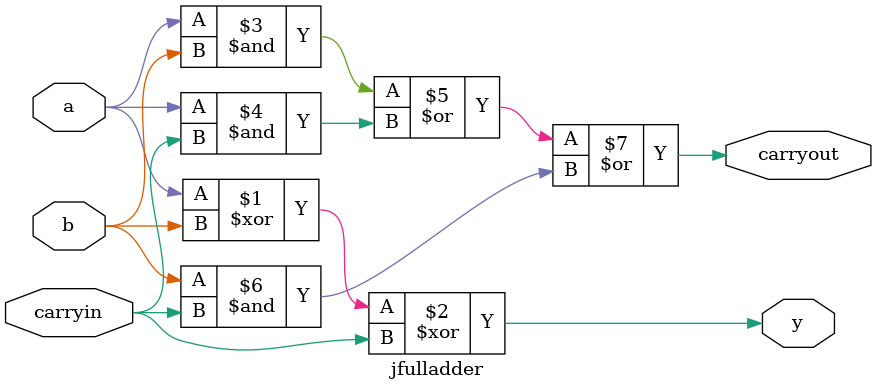
<source format=v>
module jfulladder(y,carryout,a,b,carryin);
  output y,carryout;
  input a,b,carryin;
  
  assign y = a ^ b ^ carryin;
  assign carryout = ( a & b ) | ( a & carryin ) | ( b & carryin );
  
endmodule

</source>
